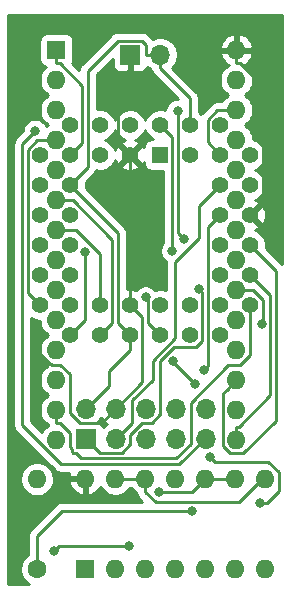
<source format=gtl>
G04 #@! TF.GenerationSoftware,KiCad,Pcbnew,(5.1.9)-1*
G04 #@! TF.CreationDate,2023-07-22T23:25:38+01:00*
G04 #@! TF.ProjectId,ezPLAv2.0,657a504c-4176-4322-9e30-2e6b69636164,v2.0*
G04 #@! TF.SameCoordinates,Original*
G04 #@! TF.FileFunction,Copper,L1,Top*
G04 #@! TF.FilePolarity,Positive*
%FSLAX46Y46*%
G04 Gerber Fmt 4.6, Leading zero omitted, Abs format (unit mm)*
G04 Created by KiCad (PCBNEW (5.1.9)-1) date 2023-07-22 23:25:38*
%MOMM*%
%LPD*%
G01*
G04 APERTURE LIST*
G04 #@! TA.AperFunction,ComponentPad*
%ADD10R,1.600000X1.600000*%
G04 #@! TD*
G04 #@! TA.AperFunction,ComponentPad*
%ADD11O,1.600000X1.600000*%
G04 #@! TD*
G04 #@! TA.AperFunction,ComponentPad*
%ADD12O,1.700000X1.700000*%
G04 #@! TD*
G04 #@! TA.AperFunction,ComponentPad*
%ADD13R,1.700000X1.700000*%
G04 #@! TD*
G04 #@! TA.AperFunction,ComponentPad*
%ADD14C,1.422400*%
G04 #@! TD*
G04 #@! TA.AperFunction,ComponentPad*
%ADD15R,1.422400X1.422400*%
G04 #@! TD*
G04 #@! TA.AperFunction,ComponentPad*
%ADD16C,1.600000*%
G04 #@! TD*
G04 #@! TA.AperFunction,ViaPad*
%ADD17C,0.800000*%
G04 #@! TD*
G04 #@! TA.AperFunction,Conductor*
%ADD18C,0.250000*%
G04 #@! TD*
G04 #@! TA.AperFunction,Conductor*
%ADD19C,0.254000*%
G04 #@! TD*
G04 #@! TA.AperFunction,Conductor*
%ADD20C,0.100000*%
G04 #@! TD*
G04 APERTURE END LIST*
D10*
X140227600Y-102617000D03*
D11*
X155467600Y-135637000D03*
X140227600Y-105157000D03*
X155467600Y-133097000D03*
X140227600Y-107697000D03*
X155467600Y-130557000D03*
X140227600Y-110237000D03*
X155467600Y-128017000D03*
X140227600Y-112777000D03*
X155467600Y-125477000D03*
X140227600Y-115317000D03*
X155467600Y-122937000D03*
X140227600Y-117857000D03*
X155467600Y-120397000D03*
X140227600Y-120397000D03*
X155467600Y-117857000D03*
X140227600Y-122937000D03*
X155467600Y-115317000D03*
X140227600Y-125477000D03*
X155467600Y-112777000D03*
X140227600Y-128017000D03*
X155467600Y-110237000D03*
X140227600Y-130557000D03*
X155467600Y-107697000D03*
X140227600Y-133097000D03*
X155467600Y-105157000D03*
X140227600Y-135637000D03*
X155467600Y-102617000D03*
D12*
X149000000Y-103000000D03*
D13*
X146460000Y-103000000D03*
D14*
X156620000Y-111500000D03*
X156620000Y-114040000D03*
X156620000Y-116580000D03*
X156620000Y-119120000D03*
X156620000Y-121660000D03*
X154080000Y-108960000D03*
X154080000Y-114040000D03*
X154080000Y-116580000D03*
X154080000Y-119120000D03*
X154080000Y-121660000D03*
X154080000Y-124200000D03*
X154080000Y-126740000D03*
X151540000Y-126740000D03*
X149000000Y-126740000D03*
X146460000Y-126740000D03*
X143920000Y-126740000D03*
X141380000Y-126740000D03*
X156620000Y-124200000D03*
X151540000Y-124200000D03*
X149000000Y-124200000D03*
X146460000Y-124200000D03*
X143920000Y-124200000D03*
X141380000Y-124200000D03*
X138840000Y-124200000D03*
X138840000Y-121660000D03*
X138840000Y-119120000D03*
X138840000Y-116580000D03*
X138840000Y-114040000D03*
X138840000Y-111500000D03*
X141380000Y-121660000D03*
X141380000Y-119120000D03*
X141380000Y-116580000D03*
X141380000Y-114040000D03*
X141380000Y-111500000D03*
X151540000Y-108960000D03*
X149000000Y-108960000D03*
X141380000Y-108960000D03*
X143920000Y-108960000D03*
X146460000Y-108960000D03*
X154080000Y-111500000D03*
X151540000Y-111500000D03*
X143920000Y-111500000D03*
X146460000Y-111500000D03*
D15*
X149000000Y-111500000D03*
D13*
X142710000Y-135540000D03*
D12*
X142710000Y-133000000D03*
X145250000Y-135540000D03*
X145250000Y-133000000D03*
X147790000Y-135540000D03*
X147790000Y-133000000D03*
X150330000Y-135540000D03*
X150330000Y-133000000D03*
X152870000Y-135540000D03*
X152870000Y-133000000D03*
D16*
X138575000Y-146575000D03*
D11*
X138575000Y-138955000D03*
D10*
X142675000Y-146525000D03*
D11*
X157915000Y-138905000D03*
X145215000Y-146525000D03*
X155375000Y-138905000D03*
X147755000Y-146525000D03*
X152835000Y-138905000D03*
X150295000Y-146525000D03*
X150295000Y-138905000D03*
X152835000Y-146525000D03*
X147755000Y-138905000D03*
X155375000Y-146525000D03*
X145215000Y-138905000D03*
X157915000Y-146525000D03*
X142675000Y-138905000D03*
D17*
X151975000Y-130925000D03*
X150075000Y-128925000D03*
X153250000Y-137054975D03*
X140050000Y-145025000D03*
X146350000Y-144625000D03*
X157475000Y-140925000D03*
X138426800Y-126523700D03*
X138428300Y-109478500D03*
X152293200Y-122882000D03*
X147781700Y-123557800D03*
X150036600Y-119628000D03*
X157609100Y-125800400D03*
X142650000Y-119740500D03*
X152725000Y-129675000D03*
X150487100Y-107774200D03*
X151002700Y-118617400D03*
X151675000Y-141624998D03*
X148925000Y-140050000D03*
D18*
X149000000Y-103000000D02*
X149000000Y-104175300D01*
X151540000Y-108960000D02*
X151540000Y-106715300D01*
X151540000Y-106715300D02*
X149000000Y-104175300D01*
X141380000Y-114040000D02*
X145415300Y-118075300D01*
X145415300Y-118075300D02*
X145415300Y-125695300D01*
X145415300Y-125695300D02*
X146460000Y-126740000D01*
X147824700Y-103000000D02*
X147824700Y-102192000D01*
X147824700Y-102192000D02*
X147457300Y-101824600D01*
X147457300Y-101824600D02*
X145417500Y-101824600D01*
X145417500Y-101824600D02*
X142873500Y-104368600D01*
X142873500Y-104368600D02*
X142873500Y-112546500D01*
X142873500Y-112546500D02*
X141380000Y-114040000D01*
X149000000Y-103000000D02*
X147824700Y-103000000D01*
X146460000Y-128040000D02*
X146460000Y-126740000D01*
X144675000Y-129825000D02*
X146460000Y-128040000D01*
X144675000Y-131035000D02*
X144675000Y-129825000D01*
X142710000Y-133000000D02*
X144675000Y-131035000D01*
X151975000Y-130925000D02*
X150075000Y-129025000D01*
X150075000Y-129025000D02*
X150075000Y-128925000D01*
X140449999Y-144625001D02*
X140050000Y-145025000D01*
X146350000Y-144625000D02*
X140449999Y-144625001D01*
X159040001Y-139925684D02*
X158040685Y-140925000D01*
X159040001Y-138364999D02*
X159040001Y-139925684D01*
X153649999Y-137454974D02*
X158129976Y-137454974D01*
X153250000Y-137054975D02*
X153649999Y-137454974D01*
X158040685Y-140925000D02*
X157475000Y-140925000D01*
X158129976Y-137454974D02*
X159040001Y-138364999D01*
X145250000Y-133000000D02*
X144033100Y-134216900D01*
X144033100Y-134216900D02*
X142234600Y-134216900D01*
X142234600Y-134216900D02*
X141353000Y-133335300D01*
X141353000Y-133335300D02*
X141353000Y-130084900D01*
X141353000Y-130084900D02*
X140555100Y-129287000D01*
X140555100Y-129287000D02*
X139828700Y-129287000D01*
X139828700Y-129287000D02*
X138426800Y-127885100D01*
X138426800Y-127885100D02*
X138426800Y-126523700D01*
X146460000Y-124200000D02*
X147506900Y-125246900D01*
X147506900Y-125246900D02*
X147506900Y-130743100D01*
X147506900Y-130743100D02*
X145250000Y-133000000D01*
X146460000Y-111500000D02*
X146460000Y-124200000D01*
X146460000Y-104175300D02*
X145418200Y-105217100D01*
X145418200Y-105217100D02*
X145418200Y-110458200D01*
X145418200Y-110458200D02*
X146460000Y-111500000D01*
X155467600Y-102617000D02*
X155467600Y-103742300D01*
X155467600Y-103742300D02*
X155748900Y-103742300D01*
X155748900Y-103742300D02*
X157675600Y-105669000D01*
X157675600Y-105669000D02*
X157675600Y-115524400D01*
X157675600Y-115524400D02*
X156620000Y-116580000D01*
X146460000Y-103000000D02*
X146460000Y-104175300D01*
X137347000Y-110559800D02*
X138428300Y-109478500D01*
X152762632Y-135540000D02*
X150629532Y-137673100D01*
X137347000Y-134370300D02*
X137347000Y-110559800D01*
X152870000Y-135540000D02*
X152762632Y-135540000D01*
X140649800Y-137673100D02*
X137347000Y-134370300D01*
X150629532Y-137673100D02*
X140649800Y-137673100D01*
X146614600Y-134175400D02*
X145250000Y-135540000D01*
X146614600Y-132272300D02*
X146614600Y-134175400D01*
X148374987Y-130511913D02*
X146614600Y-132272300D01*
X148374987Y-128915600D02*
X148374987Y-130511913D01*
X150270000Y-127020587D02*
X148374987Y-128915600D01*
X152311700Y-118545100D02*
X150270000Y-120586800D01*
X150270000Y-120586800D02*
X150270000Y-127020587D01*
X154080000Y-114040000D02*
X152311700Y-115808300D01*
X152311700Y-115808300D02*
X152311700Y-118545100D01*
X142710000Y-135540000D02*
X143890300Y-136720300D01*
X143890300Y-136720300D02*
X145734100Y-136720300D01*
X145734100Y-136720300D02*
X146464500Y-135989900D01*
X146464500Y-135201200D02*
X147490300Y-134175400D01*
X147490300Y-134175400D02*
X148315600Y-134175400D01*
X146464500Y-135989900D02*
X146464500Y-135201200D01*
X148315600Y-134175400D02*
X149024998Y-133466002D01*
X149024998Y-133466002D02*
X149024998Y-128902000D01*
X152576600Y-127236978D02*
X152576600Y-123165400D01*
X152576600Y-123165400D02*
X152293200Y-122882000D01*
X149024998Y-128902000D02*
X150150797Y-127776201D01*
X152037377Y-127776201D02*
X152576600Y-127236978D01*
X150150797Y-127776201D02*
X152037377Y-127776201D01*
X140509000Y-134222300D02*
X140227600Y-134222300D01*
X141352900Y-135066200D02*
X140509000Y-134222300D01*
X140227600Y-134222300D02*
X140227600Y-133097000D01*
X156620000Y-124200000D02*
X156620000Y-128464700D01*
X142305400Y-137171200D02*
X141849201Y-136715001D01*
X156620000Y-128464700D02*
X155797700Y-129287000D01*
X151600000Y-132475000D02*
X151600000Y-135943800D01*
X154788000Y-129287000D02*
X151600000Y-132475000D01*
X155797700Y-129287000D02*
X154788000Y-129287000D01*
X150372600Y-137171200D02*
X142305400Y-137171200D01*
X141849201Y-136715001D02*
X141599999Y-136715001D01*
X151600000Y-135943800D02*
X150372600Y-137171200D01*
X141599999Y-136715001D02*
X141534999Y-136650001D01*
X141534999Y-136650001D02*
X141534999Y-136400799D01*
X141534999Y-136400799D02*
X141352900Y-136218700D01*
X141352900Y-136218700D02*
X141352900Y-135066200D01*
X154080000Y-111500000D02*
X153022400Y-110442400D01*
X153022400Y-110442400D02*
X153022400Y-108525400D01*
X153022400Y-108525400D02*
X153850800Y-107697000D01*
X153850800Y-107697000D02*
X155467600Y-107697000D01*
X149000000Y-126740000D02*
X147963400Y-125703400D01*
X147963400Y-125703400D02*
X147963400Y-123739500D01*
X147963400Y-123739500D02*
X147781700Y-123557800D01*
X149000000Y-108960000D02*
X150036600Y-109996600D01*
X150036600Y-109996600D02*
X150036600Y-119628000D01*
X143920000Y-124200000D02*
X143920000Y-119911700D01*
X143920000Y-119911700D02*
X141865300Y-117857000D01*
X141865300Y-117857000D02*
X140227600Y-117857000D01*
X155467600Y-122937000D02*
X156832900Y-122937000D01*
X156832900Y-122937000D02*
X157705300Y-123809400D01*
X157705300Y-123809400D02*
X157705300Y-125704200D01*
X157705300Y-125704200D02*
X157609100Y-125800400D01*
X140227600Y-115317000D02*
X141592900Y-115317000D01*
X141592900Y-115317000D02*
X144964900Y-118689000D01*
X144964900Y-118689000D02*
X144964900Y-125695100D01*
X144964900Y-125695100D02*
X143920000Y-126740000D01*
X141380000Y-126740000D02*
X142650000Y-125470000D01*
X142650000Y-125470000D02*
X142650000Y-119740500D01*
X153027100Y-129372900D02*
X152725000Y-129675000D01*
X153027100Y-117632900D02*
X153027100Y-129372900D01*
X154080000Y-116580000D02*
X153027100Y-117632900D01*
X138840000Y-124200000D02*
X137802600Y-123162600D01*
X137802600Y-123162600D02*
X137802600Y-111039600D01*
X137802600Y-111039600D02*
X138605200Y-110237000D01*
X138605200Y-110237000D02*
X140227600Y-110237000D01*
X154667601Y-131356999D02*
X155467600Y-130557000D01*
X154342300Y-131682300D02*
X154667601Y-131356999D01*
X154342300Y-136176702D02*
X154342300Y-131682300D01*
X154927599Y-136762001D02*
X154342300Y-136176702D01*
X158788400Y-133981202D02*
X156007601Y-136762001D01*
X156007601Y-136762001D02*
X154927599Y-136762001D01*
X158788400Y-121288400D02*
X158788400Y-133981202D01*
X156620000Y-119120000D02*
X158788400Y-121288400D01*
X151002700Y-118617400D02*
X150487100Y-118101800D01*
X150487100Y-118101800D02*
X150487100Y-107774200D01*
X156620000Y-121660000D02*
X158338000Y-123378000D01*
X158338000Y-123378000D02*
X158338000Y-131845600D01*
X158338000Y-131845600D02*
X155671900Y-134511700D01*
X155671900Y-134511700D02*
X155467600Y-134511700D01*
X155467600Y-135637000D02*
X155467600Y-134511700D01*
X140227600Y-102617000D02*
X140227600Y-103742300D01*
X141380000Y-111500000D02*
X142423000Y-110457000D01*
X142423000Y-110457000D02*
X142423000Y-105656400D01*
X142423000Y-105656400D02*
X140508900Y-103742300D01*
X140508900Y-103742300D02*
X140227600Y-103742300D01*
X152835000Y-138905000D02*
X155375000Y-138905000D01*
X138575000Y-143750000D02*
X140700002Y-141624998D01*
X140700002Y-141624998D02*
X151675000Y-141624998D01*
X138575000Y-146575000D02*
X138575000Y-143750000D01*
X152835000Y-138905000D02*
X151690000Y-140050000D01*
X151690000Y-140050000D02*
X148925000Y-140050000D01*
X145215000Y-138905000D02*
X147755000Y-138905000D01*
X157649684Y-138905000D02*
X155654687Y-140899997D01*
X155654687Y-140899997D02*
X148618627Y-140899997D01*
X157915000Y-138905000D02*
X157649684Y-138905000D01*
X148618627Y-140899997D02*
X147755000Y-140036370D01*
X147755000Y-140036370D02*
X147755000Y-138905000D01*
D19*
X159340001Y-120762533D02*
X159328401Y-120748399D01*
X159299404Y-120724602D01*
X157943170Y-119368369D01*
X157966200Y-119252589D01*
X157966200Y-118987411D01*
X157914467Y-118727328D01*
X157812987Y-118482335D01*
X157665662Y-118261847D01*
X157478153Y-118074338D01*
X157257665Y-117927013D01*
X157069400Y-117849031D01*
X157205280Y-117799542D01*
X157308848Y-117744183D01*
X157369668Y-117509273D01*
X156620000Y-116759605D01*
X156605858Y-116773748D01*
X156426253Y-116594143D01*
X156440395Y-116580000D01*
X156799605Y-116580000D01*
X157549273Y-117329668D01*
X157784183Y-117268848D01*
X157896202Y-117028491D01*
X157959176Y-116770898D01*
X157970687Y-116505970D01*
X157930291Y-116243887D01*
X157839542Y-115994720D01*
X157784183Y-115891152D01*
X157549273Y-115830332D01*
X156799605Y-116580000D01*
X156440395Y-116580000D01*
X156426253Y-116565858D01*
X156605858Y-116386253D01*
X156620000Y-116400395D01*
X157369668Y-115650727D01*
X157308848Y-115415817D01*
X157077066Y-115307794D01*
X157257665Y-115232987D01*
X157478153Y-115085662D01*
X157665662Y-114898153D01*
X157812987Y-114677665D01*
X157914467Y-114432672D01*
X157966200Y-114172589D01*
X157966200Y-113907411D01*
X157914467Y-113647328D01*
X157812987Y-113402335D01*
X157665662Y-113181847D01*
X157478153Y-112994338D01*
X157257665Y-112847013D01*
X157071740Y-112770000D01*
X157257665Y-112692987D01*
X157478153Y-112545662D01*
X157665662Y-112358153D01*
X157812987Y-112137665D01*
X157914467Y-111892672D01*
X157966200Y-111632589D01*
X157966200Y-111367411D01*
X157914467Y-111107328D01*
X157812987Y-110862335D01*
X157665662Y-110641847D01*
X157478153Y-110454338D01*
X157257665Y-110307013D01*
X157012672Y-110205533D01*
X156902600Y-110183639D01*
X156902600Y-110095665D01*
X156847453Y-109818426D01*
X156739280Y-109557273D01*
X156582237Y-109322241D01*
X156382359Y-109122363D01*
X156149841Y-108967000D01*
X156382359Y-108811637D01*
X156582237Y-108611759D01*
X156739280Y-108376727D01*
X156847453Y-108115574D01*
X156902600Y-107838335D01*
X156902600Y-107555665D01*
X156847453Y-107278426D01*
X156739280Y-107017273D01*
X156582237Y-106782241D01*
X156382359Y-106582363D01*
X156149841Y-106427000D01*
X156382359Y-106271637D01*
X156582237Y-106071759D01*
X156739280Y-105836727D01*
X156847453Y-105575574D01*
X156902600Y-105298335D01*
X156902600Y-105015665D01*
X156847453Y-104738426D01*
X156739280Y-104477273D01*
X156582237Y-104242241D01*
X156382359Y-104042363D01*
X156147327Y-103885320D01*
X156136735Y-103880933D01*
X156322731Y-103769385D01*
X156531119Y-103580414D01*
X156698637Y-103354420D01*
X156818846Y-103100087D01*
X156859504Y-102966039D01*
X156737515Y-102744000D01*
X155594600Y-102744000D01*
X155594600Y-102764000D01*
X155340600Y-102764000D01*
X155340600Y-102744000D01*
X154197685Y-102744000D01*
X154075696Y-102966039D01*
X154116354Y-103100087D01*
X154236563Y-103354420D01*
X154404081Y-103580414D01*
X154612469Y-103769385D01*
X154798465Y-103880933D01*
X154787873Y-103885320D01*
X154552841Y-104042363D01*
X154352963Y-104242241D01*
X154195920Y-104477273D01*
X154087747Y-104738426D01*
X154032600Y-105015665D01*
X154032600Y-105298335D01*
X154087747Y-105575574D01*
X154195920Y-105836727D01*
X154352963Y-106071759D01*
X154552841Y-106271637D01*
X154785359Y-106427000D01*
X154552841Y-106582363D01*
X154352963Y-106782241D01*
X154249557Y-106937000D01*
X153888133Y-106937000D01*
X153850800Y-106933323D01*
X153813467Y-106937000D01*
X153701814Y-106947997D01*
X153558553Y-106991454D01*
X153426524Y-107062026D01*
X153310799Y-107156999D01*
X153287001Y-107185998D01*
X152511398Y-107961601D01*
X152482400Y-107985399D01*
X152476456Y-107992641D01*
X152398153Y-107914338D01*
X152300000Y-107848754D01*
X152300000Y-106752622D01*
X152303676Y-106715299D01*
X152300000Y-106677976D01*
X152300000Y-106677967D01*
X152289003Y-106566314D01*
X152245546Y-106423053D01*
X152174974Y-106291024D01*
X152151155Y-106262000D01*
X152103799Y-106204296D01*
X152103795Y-106204292D01*
X152080001Y-106175299D01*
X152051008Y-106151505D01*
X149999804Y-104100303D01*
X150153475Y-103946632D01*
X150315990Y-103703411D01*
X150427932Y-103433158D01*
X150485000Y-103146260D01*
X150485000Y-102853740D01*
X150427932Y-102566842D01*
X150315990Y-102296589D01*
X150296862Y-102267961D01*
X154075696Y-102267961D01*
X154197685Y-102490000D01*
X155340600Y-102490000D01*
X155340600Y-101346376D01*
X155594600Y-101346376D01*
X155594600Y-102490000D01*
X156737515Y-102490000D01*
X156859504Y-102267961D01*
X156818846Y-102133913D01*
X156698637Y-101879580D01*
X156531119Y-101653586D01*
X156322731Y-101464615D01*
X156081481Y-101319930D01*
X155816640Y-101225091D01*
X155594600Y-101346376D01*
X155340600Y-101346376D01*
X155118560Y-101225091D01*
X154853719Y-101319930D01*
X154612469Y-101464615D01*
X154404081Y-101653586D01*
X154236563Y-101879580D01*
X154116354Y-102133913D01*
X154075696Y-102267961D01*
X150296862Y-102267961D01*
X150153475Y-102053368D01*
X149946632Y-101846525D01*
X149703411Y-101684010D01*
X149433158Y-101572068D01*
X149146260Y-101515000D01*
X148853740Y-101515000D01*
X148566842Y-101572068D01*
X148367027Y-101654834D01*
X148364701Y-101651999D01*
X148335697Y-101628196D01*
X148021104Y-101313603D01*
X147997301Y-101284599D01*
X147881576Y-101189626D01*
X147749547Y-101119054D01*
X147606286Y-101075597D01*
X147494633Y-101064600D01*
X147494622Y-101064600D01*
X147457300Y-101060924D01*
X147419978Y-101064600D01*
X145454822Y-101064600D01*
X145417499Y-101060924D01*
X145380176Y-101064600D01*
X145380167Y-101064600D01*
X145268514Y-101075597D01*
X145125253Y-101119054D01*
X144993224Y-101189626D01*
X144877499Y-101284599D01*
X144853701Y-101313597D01*
X142362503Y-103804796D01*
X142333499Y-103828599D01*
X142286950Y-103885320D01*
X142238526Y-103944324D01*
X142186123Y-104042363D01*
X142167954Y-104076354D01*
X142124497Y-104219615D01*
X142118805Y-104277404D01*
X141577211Y-103735810D01*
X141617102Y-103661180D01*
X141653412Y-103541482D01*
X141665672Y-103417000D01*
X141665672Y-101817000D01*
X141653412Y-101692518D01*
X141617102Y-101572820D01*
X141558137Y-101462506D01*
X141478785Y-101365815D01*
X141382094Y-101286463D01*
X141271780Y-101227498D01*
X141152082Y-101191188D01*
X141027600Y-101178928D01*
X139427600Y-101178928D01*
X139303118Y-101191188D01*
X139183420Y-101227498D01*
X139073106Y-101286463D01*
X138976415Y-101365815D01*
X138897063Y-101462506D01*
X138838098Y-101572820D01*
X138801788Y-101692518D01*
X138789528Y-101817000D01*
X138789528Y-103417000D01*
X138801788Y-103541482D01*
X138838098Y-103661180D01*
X138897063Y-103771494D01*
X138976415Y-103868185D01*
X139073106Y-103947537D01*
X139183420Y-104006502D01*
X139303118Y-104042812D01*
X139311561Y-104043643D01*
X139112963Y-104242241D01*
X138955920Y-104477273D01*
X138847747Y-104738426D01*
X138792600Y-105015665D01*
X138792600Y-105298335D01*
X138847747Y-105575574D01*
X138955920Y-105836727D01*
X139112963Y-106071759D01*
X139312841Y-106271637D01*
X139545359Y-106427000D01*
X139312841Y-106582363D01*
X139112963Y-106782241D01*
X138955920Y-107017273D01*
X138847747Y-107278426D01*
X138792600Y-107555665D01*
X138792600Y-107838335D01*
X138847747Y-108115574D01*
X138955920Y-108376727D01*
X139112963Y-108611759D01*
X139312841Y-108811637D01*
X139545359Y-108967000D01*
X139381936Y-109076195D01*
X139345505Y-108988244D01*
X139232237Y-108818726D01*
X139088074Y-108674563D01*
X138918556Y-108561295D01*
X138730198Y-108483274D01*
X138530239Y-108443500D01*
X138326361Y-108443500D01*
X138126402Y-108483274D01*
X137938044Y-108561295D01*
X137768526Y-108674563D01*
X137624363Y-108818726D01*
X137511095Y-108988244D01*
X137433074Y-109176602D01*
X137393300Y-109376561D01*
X137393300Y-109438698D01*
X136835998Y-109996001D01*
X136807000Y-110019799D01*
X136783202Y-110048797D01*
X136783201Y-110048798D01*
X136712026Y-110135524D01*
X136641454Y-110267554D01*
X136597998Y-110410815D01*
X136583324Y-110559800D01*
X136587001Y-110597133D01*
X136587000Y-134332978D01*
X136583324Y-134370300D01*
X136587000Y-134407622D01*
X136587000Y-134407632D01*
X136597997Y-134519285D01*
X136636609Y-134646575D01*
X136641454Y-134662546D01*
X136712026Y-134794576D01*
X136746506Y-134836589D01*
X136806999Y-134910301D01*
X136836003Y-134934104D01*
X140086001Y-138184103D01*
X140109799Y-138213101D01*
X140138797Y-138236899D01*
X140225524Y-138308074D01*
X140357553Y-138378646D01*
X140500814Y-138422103D01*
X140649800Y-138436777D01*
X140687133Y-138433100D01*
X141327087Y-138433100D01*
X141283091Y-138555960D01*
X141404376Y-138778000D01*
X142548000Y-138778000D01*
X142548000Y-138758000D01*
X142802000Y-138758000D01*
X142802000Y-138778000D01*
X142822000Y-138778000D01*
X142822000Y-139032000D01*
X142802000Y-139032000D01*
X142802000Y-140174915D01*
X143024039Y-140296904D01*
X143158087Y-140256246D01*
X143412420Y-140136037D01*
X143638414Y-139968519D01*
X143827385Y-139760131D01*
X143938933Y-139574135D01*
X143943320Y-139584727D01*
X144100363Y-139819759D01*
X144300241Y-140019637D01*
X144535273Y-140176680D01*
X144796426Y-140284853D01*
X145073665Y-140340000D01*
X145356335Y-140340000D01*
X145633574Y-140284853D01*
X145894727Y-140176680D01*
X146129759Y-140019637D01*
X146329637Y-139819759D01*
X146433043Y-139665000D01*
X146536957Y-139665000D01*
X146640363Y-139819759D01*
X146840241Y-140019637D01*
X147000202Y-140126519D01*
X147005997Y-140185355D01*
X147049454Y-140328616D01*
X147120026Y-140460646D01*
X147132398Y-140475721D01*
X147214999Y-140576371D01*
X147244002Y-140600173D01*
X147508827Y-140864998D01*
X140737327Y-140864998D01*
X140700002Y-140861322D01*
X140662677Y-140864998D01*
X140662669Y-140864998D01*
X140551016Y-140875995D01*
X140407755Y-140919452D01*
X140275726Y-140990024D01*
X140160001Y-141084997D01*
X140136203Y-141113995D01*
X138063998Y-143186201D01*
X138035000Y-143209999D01*
X138011202Y-143238997D01*
X138011201Y-143238998D01*
X137940026Y-143325724D01*
X137869454Y-143457754D01*
X137825998Y-143601015D01*
X137811324Y-143750000D01*
X137815001Y-143787332D01*
X137815000Y-145356956D01*
X137660241Y-145460363D01*
X137460363Y-145660241D01*
X137303320Y-145895273D01*
X137195147Y-146156426D01*
X137140000Y-146433665D01*
X137140000Y-146716335D01*
X137195147Y-146993574D01*
X137303320Y-147254727D01*
X137460363Y-147489759D01*
X137660241Y-147689637D01*
X137885276Y-147840000D01*
X136160000Y-147840000D01*
X136160000Y-138813665D01*
X137140000Y-138813665D01*
X137140000Y-139096335D01*
X137195147Y-139373574D01*
X137303320Y-139634727D01*
X137460363Y-139869759D01*
X137660241Y-140069637D01*
X137895273Y-140226680D01*
X138156426Y-140334853D01*
X138433665Y-140390000D01*
X138716335Y-140390000D01*
X138993574Y-140334853D01*
X139254727Y-140226680D01*
X139489759Y-140069637D01*
X139689637Y-139869759D01*
X139846680Y-139634727D01*
X139954853Y-139373574D01*
X139978630Y-139254040D01*
X141283091Y-139254040D01*
X141377930Y-139518881D01*
X141522615Y-139760131D01*
X141711586Y-139968519D01*
X141937580Y-140136037D01*
X142191913Y-140256246D01*
X142325961Y-140296904D01*
X142548000Y-140174915D01*
X142548000Y-139032000D01*
X141404376Y-139032000D01*
X141283091Y-139254040D01*
X139978630Y-139254040D01*
X140010000Y-139096335D01*
X140010000Y-138813665D01*
X139954853Y-138536426D01*
X139846680Y-138275273D01*
X139689637Y-138040241D01*
X139489759Y-137840363D01*
X139254727Y-137683320D01*
X138993574Y-137575147D01*
X138716335Y-137520000D01*
X138433665Y-137520000D01*
X138156426Y-137575147D01*
X137895273Y-137683320D01*
X137660241Y-137840363D01*
X137460363Y-138040241D01*
X137303320Y-138275273D01*
X137195147Y-138536426D01*
X137140000Y-138813665D01*
X136160000Y-138813665D01*
X136160000Y-99660000D01*
X159340001Y-99660000D01*
X159340001Y-120762533D01*
G04 #@! TA.AperFunction,Conductor*
D20*
G36*
X159340001Y-120762533D02*
G01*
X159328401Y-120748399D01*
X159299404Y-120724602D01*
X157943170Y-119368369D01*
X157966200Y-119252589D01*
X157966200Y-118987411D01*
X157914467Y-118727328D01*
X157812987Y-118482335D01*
X157665662Y-118261847D01*
X157478153Y-118074338D01*
X157257665Y-117927013D01*
X157069400Y-117849031D01*
X157205280Y-117799542D01*
X157308848Y-117744183D01*
X157369668Y-117509273D01*
X156620000Y-116759605D01*
X156605858Y-116773748D01*
X156426253Y-116594143D01*
X156440395Y-116580000D01*
X156799605Y-116580000D01*
X157549273Y-117329668D01*
X157784183Y-117268848D01*
X157896202Y-117028491D01*
X157959176Y-116770898D01*
X157970687Y-116505970D01*
X157930291Y-116243887D01*
X157839542Y-115994720D01*
X157784183Y-115891152D01*
X157549273Y-115830332D01*
X156799605Y-116580000D01*
X156440395Y-116580000D01*
X156426253Y-116565858D01*
X156605858Y-116386253D01*
X156620000Y-116400395D01*
X157369668Y-115650727D01*
X157308848Y-115415817D01*
X157077066Y-115307794D01*
X157257665Y-115232987D01*
X157478153Y-115085662D01*
X157665662Y-114898153D01*
X157812987Y-114677665D01*
X157914467Y-114432672D01*
X157966200Y-114172589D01*
X157966200Y-113907411D01*
X157914467Y-113647328D01*
X157812987Y-113402335D01*
X157665662Y-113181847D01*
X157478153Y-112994338D01*
X157257665Y-112847013D01*
X157071740Y-112770000D01*
X157257665Y-112692987D01*
X157478153Y-112545662D01*
X157665662Y-112358153D01*
X157812987Y-112137665D01*
X157914467Y-111892672D01*
X157966200Y-111632589D01*
X157966200Y-111367411D01*
X157914467Y-111107328D01*
X157812987Y-110862335D01*
X157665662Y-110641847D01*
X157478153Y-110454338D01*
X157257665Y-110307013D01*
X157012672Y-110205533D01*
X156902600Y-110183639D01*
X156902600Y-110095665D01*
X156847453Y-109818426D01*
X156739280Y-109557273D01*
X156582237Y-109322241D01*
X156382359Y-109122363D01*
X156149841Y-108967000D01*
X156382359Y-108811637D01*
X156582237Y-108611759D01*
X156739280Y-108376727D01*
X156847453Y-108115574D01*
X156902600Y-107838335D01*
X156902600Y-107555665D01*
X156847453Y-107278426D01*
X156739280Y-107017273D01*
X156582237Y-106782241D01*
X156382359Y-106582363D01*
X156149841Y-106427000D01*
X156382359Y-106271637D01*
X156582237Y-106071759D01*
X156739280Y-105836727D01*
X156847453Y-105575574D01*
X156902600Y-105298335D01*
X156902600Y-105015665D01*
X156847453Y-104738426D01*
X156739280Y-104477273D01*
X156582237Y-104242241D01*
X156382359Y-104042363D01*
X156147327Y-103885320D01*
X156136735Y-103880933D01*
X156322731Y-103769385D01*
X156531119Y-103580414D01*
X156698637Y-103354420D01*
X156818846Y-103100087D01*
X156859504Y-102966039D01*
X156737515Y-102744000D01*
X155594600Y-102744000D01*
X155594600Y-102764000D01*
X155340600Y-102764000D01*
X155340600Y-102744000D01*
X154197685Y-102744000D01*
X154075696Y-102966039D01*
X154116354Y-103100087D01*
X154236563Y-103354420D01*
X154404081Y-103580414D01*
X154612469Y-103769385D01*
X154798465Y-103880933D01*
X154787873Y-103885320D01*
X154552841Y-104042363D01*
X154352963Y-104242241D01*
X154195920Y-104477273D01*
X154087747Y-104738426D01*
X154032600Y-105015665D01*
X154032600Y-105298335D01*
X154087747Y-105575574D01*
X154195920Y-105836727D01*
X154352963Y-106071759D01*
X154552841Y-106271637D01*
X154785359Y-106427000D01*
X154552841Y-106582363D01*
X154352963Y-106782241D01*
X154249557Y-106937000D01*
X153888133Y-106937000D01*
X153850800Y-106933323D01*
X153813467Y-106937000D01*
X153701814Y-106947997D01*
X153558553Y-106991454D01*
X153426524Y-107062026D01*
X153310799Y-107156999D01*
X153287001Y-107185998D01*
X152511398Y-107961601D01*
X152482400Y-107985399D01*
X152476456Y-107992641D01*
X152398153Y-107914338D01*
X152300000Y-107848754D01*
X152300000Y-106752622D01*
X152303676Y-106715299D01*
X152300000Y-106677976D01*
X152300000Y-106677967D01*
X152289003Y-106566314D01*
X152245546Y-106423053D01*
X152174974Y-106291024D01*
X152151155Y-106262000D01*
X152103799Y-106204296D01*
X152103795Y-106204292D01*
X152080001Y-106175299D01*
X152051008Y-106151505D01*
X149999804Y-104100303D01*
X150153475Y-103946632D01*
X150315990Y-103703411D01*
X150427932Y-103433158D01*
X150485000Y-103146260D01*
X150485000Y-102853740D01*
X150427932Y-102566842D01*
X150315990Y-102296589D01*
X150296862Y-102267961D01*
X154075696Y-102267961D01*
X154197685Y-102490000D01*
X155340600Y-102490000D01*
X155340600Y-101346376D01*
X155594600Y-101346376D01*
X155594600Y-102490000D01*
X156737515Y-102490000D01*
X156859504Y-102267961D01*
X156818846Y-102133913D01*
X156698637Y-101879580D01*
X156531119Y-101653586D01*
X156322731Y-101464615D01*
X156081481Y-101319930D01*
X155816640Y-101225091D01*
X155594600Y-101346376D01*
X155340600Y-101346376D01*
X155118560Y-101225091D01*
X154853719Y-101319930D01*
X154612469Y-101464615D01*
X154404081Y-101653586D01*
X154236563Y-101879580D01*
X154116354Y-102133913D01*
X154075696Y-102267961D01*
X150296862Y-102267961D01*
X150153475Y-102053368D01*
X149946632Y-101846525D01*
X149703411Y-101684010D01*
X149433158Y-101572068D01*
X149146260Y-101515000D01*
X148853740Y-101515000D01*
X148566842Y-101572068D01*
X148367027Y-101654834D01*
X148364701Y-101651999D01*
X148335697Y-101628196D01*
X148021104Y-101313603D01*
X147997301Y-101284599D01*
X147881576Y-101189626D01*
X147749547Y-101119054D01*
X147606286Y-101075597D01*
X147494633Y-101064600D01*
X147494622Y-101064600D01*
X147457300Y-101060924D01*
X147419978Y-101064600D01*
X145454822Y-101064600D01*
X145417499Y-101060924D01*
X145380176Y-101064600D01*
X145380167Y-101064600D01*
X145268514Y-101075597D01*
X145125253Y-101119054D01*
X144993224Y-101189626D01*
X144877499Y-101284599D01*
X144853701Y-101313597D01*
X142362503Y-103804796D01*
X142333499Y-103828599D01*
X142286950Y-103885320D01*
X142238526Y-103944324D01*
X142186123Y-104042363D01*
X142167954Y-104076354D01*
X142124497Y-104219615D01*
X142118805Y-104277404D01*
X141577211Y-103735810D01*
X141617102Y-103661180D01*
X141653412Y-103541482D01*
X141665672Y-103417000D01*
X141665672Y-101817000D01*
X141653412Y-101692518D01*
X141617102Y-101572820D01*
X141558137Y-101462506D01*
X141478785Y-101365815D01*
X141382094Y-101286463D01*
X141271780Y-101227498D01*
X141152082Y-101191188D01*
X141027600Y-101178928D01*
X139427600Y-101178928D01*
X139303118Y-101191188D01*
X139183420Y-101227498D01*
X139073106Y-101286463D01*
X138976415Y-101365815D01*
X138897063Y-101462506D01*
X138838098Y-101572820D01*
X138801788Y-101692518D01*
X138789528Y-101817000D01*
X138789528Y-103417000D01*
X138801788Y-103541482D01*
X138838098Y-103661180D01*
X138897063Y-103771494D01*
X138976415Y-103868185D01*
X139073106Y-103947537D01*
X139183420Y-104006502D01*
X139303118Y-104042812D01*
X139311561Y-104043643D01*
X139112963Y-104242241D01*
X138955920Y-104477273D01*
X138847747Y-104738426D01*
X138792600Y-105015665D01*
X138792600Y-105298335D01*
X138847747Y-105575574D01*
X138955920Y-105836727D01*
X139112963Y-106071759D01*
X139312841Y-106271637D01*
X139545359Y-106427000D01*
X139312841Y-106582363D01*
X139112963Y-106782241D01*
X138955920Y-107017273D01*
X138847747Y-107278426D01*
X138792600Y-107555665D01*
X138792600Y-107838335D01*
X138847747Y-108115574D01*
X138955920Y-108376727D01*
X139112963Y-108611759D01*
X139312841Y-108811637D01*
X139545359Y-108967000D01*
X139381936Y-109076195D01*
X139345505Y-108988244D01*
X139232237Y-108818726D01*
X139088074Y-108674563D01*
X138918556Y-108561295D01*
X138730198Y-108483274D01*
X138530239Y-108443500D01*
X138326361Y-108443500D01*
X138126402Y-108483274D01*
X137938044Y-108561295D01*
X137768526Y-108674563D01*
X137624363Y-108818726D01*
X137511095Y-108988244D01*
X137433074Y-109176602D01*
X137393300Y-109376561D01*
X137393300Y-109438698D01*
X136835998Y-109996001D01*
X136807000Y-110019799D01*
X136783202Y-110048797D01*
X136783201Y-110048798D01*
X136712026Y-110135524D01*
X136641454Y-110267554D01*
X136597998Y-110410815D01*
X136583324Y-110559800D01*
X136587001Y-110597133D01*
X136587000Y-134332978D01*
X136583324Y-134370300D01*
X136587000Y-134407622D01*
X136587000Y-134407632D01*
X136597997Y-134519285D01*
X136636609Y-134646575D01*
X136641454Y-134662546D01*
X136712026Y-134794576D01*
X136746506Y-134836589D01*
X136806999Y-134910301D01*
X136836003Y-134934104D01*
X140086001Y-138184103D01*
X140109799Y-138213101D01*
X140138797Y-138236899D01*
X140225524Y-138308074D01*
X140357553Y-138378646D01*
X140500814Y-138422103D01*
X140649800Y-138436777D01*
X140687133Y-138433100D01*
X141327087Y-138433100D01*
X141283091Y-138555960D01*
X141404376Y-138778000D01*
X142548000Y-138778000D01*
X142548000Y-138758000D01*
X142802000Y-138758000D01*
X142802000Y-138778000D01*
X142822000Y-138778000D01*
X142822000Y-139032000D01*
X142802000Y-139032000D01*
X142802000Y-140174915D01*
X143024039Y-140296904D01*
X143158087Y-140256246D01*
X143412420Y-140136037D01*
X143638414Y-139968519D01*
X143827385Y-139760131D01*
X143938933Y-139574135D01*
X143943320Y-139584727D01*
X144100363Y-139819759D01*
X144300241Y-140019637D01*
X144535273Y-140176680D01*
X144796426Y-140284853D01*
X145073665Y-140340000D01*
X145356335Y-140340000D01*
X145633574Y-140284853D01*
X145894727Y-140176680D01*
X146129759Y-140019637D01*
X146329637Y-139819759D01*
X146433043Y-139665000D01*
X146536957Y-139665000D01*
X146640363Y-139819759D01*
X146840241Y-140019637D01*
X147000202Y-140126519D01*
X147005997Y-140185355D01*
X147049454Y-140328616D01*
X147120026Y-140460646D01*
X147132398Y-140475721D01*
X147214999Y-140576371D01*
X147244002Y-140600173D01*
X147508827Y-140864998D01*
X140737327Y-140864998D01*
X140700002Y-140861322D01*
X140662677Y-140864998D01*
X140662669Y-140864998D01*
X140551016Y-140875995D01*
X140407755Y-140919452D01*
X140275726Y-140990024D01*
X140160001Y-141084997D01*
X140136203Y-141113995D01*
X138063998Y-143186201D01*
X138035000Y-143209999D01*
X138011202Y-143238997D01*
X138011201Y-143238998D01*
X137940026Y-143325724D01*
X137869454Y-143457754D01*
X137825998Y-143601015D01*
X137811324Y-143750000D01*
X137815001Y-143787332D01*
X137815000Y-145356956D01*
X137660241Y-145460363D01*
X137460363Y-145660241D01*
X137303320Y-145895273D01*
X137195147Y-146156426D01*
X137140000Y-146433665D01*
X137140000Y-146716335D01*
X137195147Y-146993574D01*
X137303320Y-147254727D01*
X137460363Y-147489759D01*
X137660241Y-147689637D01*
X137885276Y-147840000D01*
X136160000Y-147840000D01*
X136160000Y-138813665D01*
X137140000Y-138813665D01*
X137140000Y-139096335D01*
X137195147Y-139373574D01*
X137303320Y-139634727D01*
X137460363Y-139869759D01*
X137660241Y-140069637D01*
X137895273Y-140226680D01*
X138156426Y-140334853D01*
X138433665Y-140390000D01*
X138716335Y-140390000D01*
X138993574Y-140334853D01*
X139254727Y-140226680D01*
X139489759Y-140069637D01*
X139689637Y-139869759D01*
X139846680Y-139634727D01*
X139954853Y-139373574D01*
X139978630Y-139254040D01*
X141283091Y-139254040D01*
X141377930Y-139518881D01*
X141522615Y-139760131D01*
X141711586Y-139968519D01*
X141937580Y-140136037D01*
X142191913Y-140256246D01*
X142325961Y-140296904D01*
X142548000Y-140174915D01*
X142548000Y-139032000D01*
X141404376Y-139032000D01*
X141283091Y-139254040D01*
X139978630Y-139254040D01*
X140010000Y-139096335D01*
X140010000Y-138813665D01*
X139954853Y-138536426D01*
X139846680Y-138275273D01*
X139689637Y-138040241D01*
X139489759Y-137840363D01*
X139254727Y-137683320D01*
X138993574Y-137575147D01*
X138716335Y-137520000D01*
X138433665Y-137520000D01*
X138156426Y-137575147D01*
X137895273Y-137683320D01*
X137660241Y-137840363D01*
X137460363Y-138040241D01*
X137303320Y-138275273D01*
X137195147Y-138536426D01*
X137140000Y-138813665D01*
X136160000Y-138813665D01*
X136160000Y-99660000D01*
X159340001Y-99660000D01*
X159340001Y-120762533D01*
G37*
G04 #@! TD.AperFunction*
D19*
X138202335Y-125392987D02*
X138447328Y-125494467D01*
X138707411Y-125546200D01*
X138792600Y-125546200D01*
X138792600Y-125618335D01*
X138847747Y-125895574D01*
X138955920Y-126156727D01*
X139112963Y-126391759D01*
X139312841Y-126591637D01*
X139545359Y-126747000D01*
X139312841Y-126902363D01*
X139112963Y-127102241D01*
X138955920Y-127337273D01*
X138847747Y-127598426D01*
X138792600Y-127875665D01*
X138792600Y-128158335D01*
X138847747Y-128435574D01*
X138955920Y-128696727D01*
X139112963Y-128931759D01*
X139312841Y-129131637D01*
X139545359Y-129287000D01*
X139312841Y-129442363D01*
X139112963Y-129642241D01*
X138955920Y-129877273D01*
X138847747Y-130138426D01*
X138792600Y-130415665D01*
X138792600Y-130698335D01*
X138847747Y-130975574D01*
X138955920Y-131236727D01*
X139112963Y-131471759D01*
X139312841Y-131671637D01*
X139545359Y-131827000D01*
X139312841Y-131982363D01*
X139112963Y-132182241D01*
X138955920Y-132417273D01*
X138847747Y-132678426D01*
X138792600Y-132955665D01*
X138792600Y-133238335D01*
X138847747Y-133515574D01*
X138955920Y-133776727D01*
X139112963Y-134011759D01*
X139312841Y-134211637D01*
X139473442Y-134318947D01*
X139478597Y-134371286D01*
X139488767Y-134404813D01*
X139312841Y-134522363D01*
X139112963Y-134722241D01*
X138977090Y-134925589D01*
X138107000Y-134055499D01*
X138107000Y-125329286D01*
X138202335Y-125392987D01*
G04 #@! TA.AperFunction,Conductor*
D20*
G36*
X138202335Y-125392987D02*
G01*
X138447328Y-125494467D01*
X138707411Y-125546200D01*
X138792600Y-125546200D01*
X138792600Y-125618335D01*
X138847747Y-125895574D01*
X138955920Y-126156727D01*
X139112963Y-126391759D01*
X139312841Y-126591637D01*
X139545359Y-126747000D01*
X139312841Y-126902363D01*
X139112963Y-127102241D01*
X138955920Y-127337273D01*
X138847747Y-127598426D01*
X138792600Y-127875665D01*
X138792600Y-128158335D01*
X138847747Y-128435574D01*
X138955920Y-128696727D01*
X139112963Y-128931759D01*
X139312841Y-129131637D01*
X139545359Y-129287000D01*
X139312841Y-129442363D01*
X139112963Y-129642241D01*
X138955920Y-129877273D01*
X138847747Y-130138426D01*
X138792600Y-130415665D01*
X138792600Y-130698335D01*
X138847747Y-130975574D01*
X138955920Y-131236727D01*
X139112963Y-131471759D01*
X139312841Y-131671637D01*
X139545359Y-131827000D01*
X139312841Y-131982363D01*
X139112963Y-132182241D01*
X138955920Y-132417273D01*
X138847747Y-132678426D01*
X138792600Y-132955665D01*
X138792600Y-133238335D01*
X138847747Y-133515574D01*
X138955920Y-133776727D01*
X139112963Y-134011759D01*
X139312841Y-134211637D01*
X139473442Y-134318947D01*
X139478597Y-134371286D01*
X139488767Y-134404813D01*
X139312841Y-134522363D01*
X139112963Y-134722241D01*
X138977090Y-134925589D01*
X138107000Y-134055499D01*
X138107000Y-125329286D01*
X138202335Y-125392987D01*
G37*
G04 #@! TD.AperFunction*
D19*
X144054822Y-133881355D02*
X144249731Y-134097588D01*
X144479406Y-134268900D01*
X144303368Y-134386525D01*
X144171513Y-134518380D01*
X144149502Y-134445820D01*
X144090537Y-134335506D01*
X144011185Y-134238815D01*
X143914494Y-134159463D01*
X143804180Y-134100498D01*
X143731620Y-134078487D01*
X143863475Y-133946632D01*
X143985195Y-133764466D01*
X144054822Y-133881355D01*
G04 #@! TA.AperFunction,Conductor*
D20*
G36*
X144054822Y-133881355D02*
G01*
X144249731Y-134097588D01*
X144479406Y-134268900D01*
X144303368Y-134386525D01*
X144171513Y-134518380D01*
X144149502Y-134445820D01*
X144090537Y-134335506D01*
X144011185Y-134238815D01*
X143914494Y-134159463D01*
X143804180Y-134100498D01*
X143731620Y-134078487D01*
X143863475Y-133946632D01*
X143985195Y-133764466D01*
X144054822Y-133881355D01*
G37*
G04 #@! TD.AperFunction*
D19*
X145377000Y-132873000D02*
X145397000Y-132873000D01*
X145397000Y-133127000D01*
X145377000Y-133127000D01*
X145377000Y-133147000D01*
X145123000Y-133147000D01*
X145123000Y-133127000D01*
X145103000Y-133127000D01*
X145103000Y-132873000D01*
X145123000Y-132873000D01*
X145123000Y-132853000D01*
X145377000Y-132853000D01*
X145377000Y-132873000D01*
G04 #@! TA.AperFunction,Conductor*
D20*
G36*
X145377000Y-132873000D02*
G01*
X145397000Y-132873000D01*
X145397000Y-133127000D01*
X145377000Y-133127000D01*
X145377000Y-133147000D01*
X145123000Y-133147000D01*
X145123000Y-133127000D01*
X145103000Y-133127000D01*
X145103000Y-132873000D01*
X145123000Y-132873000D01*
X145123000Y-132853000D01*
X145377000Y-132853000D01*
X145377000Y-132873000D01*
G37*
G04 #@! TD.AperFunction*
D19*
X146653748Y-124185858D02*
X146639605Y-124200000D01*
X146653748Y-124214143D01*
X146474143Y-124393748D01*
X146460000Y-124379605D01*
X146445858Y-124393748D01*
X146266253Y-124214143D01*
X146280395Y-124200000D01*
X146266253Y-124185858D01*
X146445858Y-124006253D01*
X146460000Y-124020395D01*
X146474143Y-124006253D01*
X146653748Y-124185858D01*
G04 #@! TA.AperFunction,Conductor*
D20*
G36*
X146653748Y-124185858D02*
G01*
X146639605Y-124200000D01*
X146653748Y-124214143D01*
X146474143Y-124393748D01*
X146460000Y-124379605D01*
X146445858Y-124393748D01*
X146266253Y-124214143D01*
X146280395Y-124200000D01*
X146266253Y-124185858D01*
X146445858Y-124006253D01*
X146460000Y-124020395D01*
X146474143Y-124006253D01*
X146653748Y-124185858D01*
G37*
G04 #@! TD.AperFunction*
D19*
X147807013Y-109597665D02*
X147954338Y-109818153D01*
X148141847Y-110005662D01*
X148358954Y-110150728D01*
X148288800Y-110150728D01*
X148164318Y-110162988D01*
X148044620Y-110199298D01*
X147934306Y-110258263D01*
X147837615Y-110337615D01*
X147758263Y-110434306D01*
X147699298Y-110544620D01*
X147662988Y-110664318D01*
X147650728Y-110788800D01*
X147650728Y-110860814D01*
X147624183Y-110811152D01*
X147389273Y-110750332D01*
X146639605Y-111500000D01*
X147389273Y-112249668D01*
X147624183Y-112188848D01*
X147650728Y-112131891D01*
X147650728Y-112211200D01*
X147662988Y-112335682D01*
X147699298Y-112455380D01*
X147758263Y-112565694D01*
X147837615Y-112662385D01*
X147934306Y-112741737D01*
X148044620Y-112800702D01*
X148164318Y-112837012D01*
X148288800Y-112849272D01*
X149276600Y-112849272D01*
X149276601Y-118924288D01*
X149232663Y-118968226D01*
X149119395Y-119137744D01*
X149041374Y-119326102D01*
X149001600Y-119526061D01*
X149001600Y-119729939D01*
X149041374Y-119929898D01*
X149119395Y-120118256D01*
X149232663Y-120287774D01*
X149376826Y-120431937D01*
X149512638Y-120522683D01*
X149510000Y-120549468D01*
X149510000Y-120549478D01*
X149506324Y-120586800D01*
X149510000Y-120624123D01*
X149510000Y-122954132D01*
X149392672Y-122905533D01*
X149132589Y-122853800D01*
X148867411Y-122853800D01*
X148607328Y-122905533D01*
X148594268Y-122910943D01*
X148585637Y-122898026D01*
X148441474Y-122753863D01*
X148271956Y-122640595D01*
X148083598Y-122562574D01*
X147883639Y-122522800D01*
X147679761Y-122522800D01*
X147479802Y-122562574D01*
X147291444Y-122640595D01*
X147121926Y-122753863D01*
X146977763Y-122898026D01*
X146948183Y-122942296D01*
X146908491Y-122923798D01*
X146650898Y-122860824D01*
X146385970Y-122849313D01*
X146175300Y-122881784D01*
X146175300Y-118112622D01*
X146178976Y-118075300D01*
X146175300Y-118037977D01*
X146175300Y-118037967D01*
X146164303Y-117926314D01*
X146120846Y-117783053D01*
X146080737Y-117708015D01*
X146050274Y-117651023D01*
X145979099Y-117564297D01*
X145955301Y-117535299D01*
X145926304Y-117511502D01*
X142703170Y-114288369D01*
X142726200Y-114172589D01*
X142726200Y-113907411D01*
X142703170Y-113791631D01*
X143384503Y-113110299D01*
X143413501Y-113086501D01*
X143439832Y-113054417D01*
X143508474Y-112970777D01*
X143579046Y-112838747D01*
X143587678Y-112810291D01*
X143588771Y-112806689D01*
X143787411Y-112846200D01*
X144052589Y-112846200D01*
X144312672Y-112794467D01*
X144557665Y-112692987D01*
X144778153Y-112545662D01*
X144894542Y-112429273D01*
X145710332Y-112429273D01*
X145771152Y-112664183D01*
X146011509Y-112776202D01*
X146269102Y-112839176D01*
X146534030Y-112850687D01*
X146796113Y-112810291D01*
X147045280Y-112719542D01*
X147148848Y-112664183D01*
X147209668Y-112429273D01*
X146460000Y-111679605D01*
X145710332Y-112429273D01*
X144894542Y-112429273D01*
X144965662Y-112358153D01*
X145112987Y-112137665D01*
X145190969Y-111949400D01*
X145240458Y-112085280D01*
X145295817Y-112188848D01*
X145530727Y-112249668D01*
X146280395Y-111500000D01*
X145530727Y-110750332D01*
X145295817Y-110811152D01*
X145187794Y-111042934D01*
X145112987Y-110862335D01*
X144965662Y-110641847D01*
X144778153Y-110454338D01*
X144557665Y-110307013D01*
X144371740Y-110230000D01*
X144557665Y-110152987D01*
X144778153Y-110005662D01*
X144965662Y-109818153D01*
X145112987Y-109597665D01*
X145190000Y-109411740D01*
X145267013Y-109597665D01*
X145414338Y-109818153D01*
X145601847Y-110005662D01*
X145822335Y-110152987D01*
X146010600Y-110230969D01*
X145874720Y-110280458D01*
X145771152Y-110335817D01*
X145710332Y-110570727D01*
X146460000Y-111320395D01*
X147209668Y-110570727D01*
X147148848Y-110335817D01*
X146917066Y-110227794D01*
X147097665Y-110152987D01*
X147318153Y-110005662D01*
X147505662Y-109818153D01*
X147652987Y-109597665D01*
X147730000Y-109411740D01*
X147807013Y-109597665D01*
G04 #@! TA.AperFunction,Conductor*
D20*
G36*
X147807013Y-109597665D02*
G01*
X147954338Y-109818153D01*
X148141847Y-110005662D01*
X148358954Y-110150728D01*
X148288800Y-110150728D01*
X148164318Y-110162988D01*
X148044620Y-110199298D01*
X147934306Y-110258263D01*
X147837615Y-110337615D01*
X147758263Y-110434306D01*
X147699298Y-110544620D01*
X147662988Y-110664318D01*
X147650728Y-110788800D01*
X147650728Y-110860814D01*
X147624183Y-110811152D01*
X147389273Y-110750332D01*
X146639605Y-111500000D01*
X147389273Y-112249668D01*
X147624183Y-112188848D01*
X147650728Y-112131891D01*
X147650728Y-112211200D01*
X147662988Y-112335682D01*
X147699298Y-112455380D01*
X147758263Y-112565694D01*
X147837615Y-112662385D01*
X147934306Y-112741737D01*
X148044620Y-112800702D01*
X148164318Y-112837012D01*
X148288800Y-112849272D01*
X149276600Y-112849272D01*
X149276601Y-118924288D01*
X149232663Y-118968226D01*
X149119395Y-119137744D01*
X149041374Y-119326102D01*
X149001600Y-119526061D01*
X149001600Y-119729939D01*
X149041374Y-119929898D01*
X149119395Y-120118256D01*
X149232663Y-120287774D01*
X149376826Y-120431937D01*
X149512638Y-120522683D01*
X149510000Y-120549468D01*
X149510000Y-120549478D01*
X149506324Y-120586800D01*
X149510000Y-120624123D01*
X149510000Y-122954132D01*
X149392672Y-122905533D01*
X149132589Y-122853800D01*
X148867411Y-122853800D01*
X148607328Y-122905533D01*
X148594268Y-122910943D01*
X148585637Y-122898026D01*
X148441474Y-122753863D01*
X148271956Y-122640595D01*
X148083598Y-122562574D01*
X147883639Y-122522800D01*
X147679761Y-122522800D01*
X147479802Y-122562574D01*
X147291444Y-122640595D01*
X147121926Y-122753863D01*
X146977763Y-122898026D01*
X146948183Y-122942296D01*
X146908491Y-122923798D01*
X146650898Y-122860824D01*
X146385970Y-122849313D01*
X146175300Y-122881784D01*
X146175300Y-118112622D01*
X146178976Y-118075300D01*
X146175300Y-118037977D01*
X146175300Y-118037967D01*
X146164303Y-117926314D01*
X146120846Y-117783053D01*
X146080737Y-117708015D01*
X146050274Y-117651023D01*
X145979099Y-117564297D01*
X145955301Y-117535299D01*
X145926304Y-117511502D01*
X142703170Y-114288369D01*
X142726200Y-114172589D01*
X142726200Y-113907411D01*
X142703170Y-113791631D01*
X143384503Y-113110299D01*
X143413501Y-113086501D01*
X143439832Y-113054417D01*
X143508474Y-112970777D01*
X143579046Y-112838747D01*
X143587678Y-112810291D01*
X143588771Y-112806689D01*
X143787411Y-112846200D01*
X144052589Y-112846200D01*
X144312672Y-112794467D01*
X144557665Y-112692987D01*
X144778153Y-112545662D01*
X144894542Y-112429273D01*
X145710332Y-112429273D01*
X145771152Y-112664183D01*
X146011509Y-112776202D01*
X146269102Y-112839176D01*
X146534030Y-112850687D01*
X146796113Y-112810291D01*
X147045280Y-112719542D01*
X147148848Y-112664183D01*
X147209668Y-112429273D01*
X146460000Y-111679605D01*
X145710332Y-112429273D01*
X144894542Y-112429273D01*
X144965662Y-112358153D01*
X145112987Y-112137665D01*
X145190969Y-111949400D01*
X145240458Y-112085280D01*
X145295817Y-112188848D01*
X145530727Y-112249668D01*
X146280395Y-111500000D01*
X145530727Y-110750332D01*
X145295817Y-110811152D01*
X145187794Y-111042934D01*
X145112987Y-110862335D01*
X144965662Y-110641847D01*
X144778153Y-110454338D01*
X144557665Y-110307013D01*
X144371740Y-110230000D01*
X144557665Y-110152987D01*
X144778153Y-110005662D01*
X144965662Y-109818153D01*
X145112987Y-109597665D01*
X145190000Y-109411740D01*
X145267013Y-109597665D01*
X145414338Y-109818153D01*
X145601847Y-110005662D01*
X145822335Y-110152987D01*
X146010600Y-110230969D01*
X145874720Y-110280458D01*
X145771152Y-110335817D01*
X145710332Y-110570727D01*
X146460000Y-111320395D01*
X147209668Y-110570727D01*
X147148848Y-110335817D01*
X146917066Y-110227794D01*
X147097665Y-110152987D01*
X147318153Y-110005662D01*
X147505662Y-109818153D01*
X147652987Y-109597665D01*
X147730000Y-109411740D01*
X147807013Y-109597665D01*
G37*
G04 #@! TD.AperFunction*
D19*
X139033748Y-121645858D02*
X139019605Y-121660000D01*
X139033748Y-121674143D01*
X138854143Y-121853748D01*
X138840000Y-121839605D01*
X138825858Y-121853748D01*
X138646253Y-121674143D01*
X138660395Y-121660000D01*
X138646253Y-121645858D01*
X138825858Y-121466253D01*
X138840000Y-121480395D01*
X138854143Y-121466253D01*
X139033748Y-121645858D01*
G04 #@! TA.AperFunction,Conductor*
D20*
G36*
X139033748Y-121645858D02*
G01*
X139019605Y-121660000D01*
X139033748Y-121674143D01*
X138854143Y-121853748D01*
X138840000Y-121839605D01*
X138825858Y-121853748D01*
X138646253Y-121674143D01*
X138660395Y-121660000D01*
X138646253Y-121645858D01*
X138825858Y-121466253D01*
X138840000Y-121480395D01*
X138854143Y-121466253D01*
X139033748Y-121645858D01*
G37*
G04 #@! TD.AperFunction*
D19*
X146587000Y-102873000D02*
X146607000Y-102873000D01*
X146607000Y-103127000D01*
X146587000Y-103127000D01*
X146587000Y-104326250D01*
X146745750Y-104485000D01*
X147310000Y-104488072D01*
X147434482Y-104475812D01*
X147554180Y-104439502D01*
X147664494Y-104380537D01*
X147761185Y-104301185D01*
X147840537Y-104204494D01*
X147899502Y-104094180D01*
X147921513Y-104021620D01*
X148053368Y-104153475D01*
X148246912Y-104282797D01*
X148250998Y-104324285D01*
X148294454Y-104467546D01*
X148365026Y-104599576D01*
X148415310Y-104660846D01*
X148460000Y-104715301D01*
X148488998Y-104739099D01*
X150489097Y-106739200D01*
X150385161Y-106739200D01*
X150185202Y-106778974D01*
X149996844Y-106856995D01*
X149827326Y-106970263D01*
X149683163Y-107114426D01*
X149569895Y-107283944D01*
X149491874Y-107472302D01*
X149452100Y-107672261D01*
X149452100Y-107690149D01*
X149392672Y-107665533D01*
X149132589Y-107613800D01*
X148867411Y-107613800D01*
X148607328Y-107665533D01*
X148362335Y-107767013D01*
X148141847Y-107914338D01*
X147954338Y-108101847D01*
X147807013Y-108322335D01*
X147730000Y-108508260D01*
X147652987Y-108322335D01*
X147505662Y-108101847D01*
X147318153Y-107914338D01*
X147097665Y-107767013D01*
X146852672Y-107665533D01*
X146592589Y-107613800D01*
X146327411Y-107613800D01*
X146067328Y-107665533D01*
X145822335Y-107767013D01*
X145601847Y-107914338D01*
X145414338Y-108101847D01*
X145267013Y-108322335D01*
X145190000Y-108508260D01*
X145112987Y-108322335D01*
X144965662Y-108101847D01*
X144778153Y-107914338D01*
X144557665Y-107767013D01*
X144312672Y-107665533D01*
X144052589Y-107613800D01*
X143787411Y-107613800D01*
X143633500Y-107644414D01*
X143633500Y-104683401D01*
X144974693Y-103342209D01*
X144971928Y-103850000D01*
X144984188Y-103974482D01*
X145020498Y-104094180D01*
X145079463Y-104204494D01*
X145158815Y-104301185D01*
X145255506Y-104380537D01*
X145365820Y-104439502D01*
X145485518Y-104475812D01*
X145610000Y-104488072D01*
X146174250Y-104485000D01*
X146333000Y-104326250D01*
X146333000Y-103127000D01*
X146313000Y-103127000D01*
X146313000Y-102873000D01*
X146333000Y-102873000D01*
X146333000Y-102853000D01*
X146587000Y-102853000D01*
X146587000Y-102873000D01*
G04 #@! TA.AperFunction,Conductor*
D20*
G36*
X146587000Y-102873000D02*
G01*
X146607000Y-102873000D01*
X146607000Y-103127000D01*
X146587000Y-103127000D01*
X146587000Y-104326250D01*
X146745750Y-104485000D01*
X147310000Y-104488072D01*
X147434482Y-104475812D01*
X147554180Y-104439502D01*
X147664494Y-104380537D01*
X147761185Y-104301185D01*
X147840537Y-104204494D01*
X147899502Y-104094180D01*
X147921513Y-104021620D01*
X148053368Y-104153475D01*
X148246912Y-104282797D01*
X148250998Y-104324285D01*
X148294454Y-104467546D01*
X148365026Y-104599576D01*
X148415310Y-104660846D01*
X148460000Y-104715301D01*
X148488998Y-104739099D01*
X150489097Y-106739200D01*
X150385161Y-106739200D01*
X150185202Y-106778974D01*
X149996844Y-106856995D01*
X149827326Y-106970263D01*
X149683163Y-107114426D01*
X149569895Y-107283944D01*
X149491874Y-107472302D01*
X149452100Y-107672261D01*
X149452100Y-107690149D01*
X149392672Y-107665533D01*
X149132589Y-107613800D01*
X148867411Y-107613800D01*
X148607328Y-107665533D01*
X148362335Y-107767013D01*
X148141847Y-107914338D01*
X147954338Y-108101847D01*
X147807013Y-108322335D01*
X147730000Y-108508260D01*
X147652987Y-108322335D01*
X147505662Y-108101847D01*
X147318153Y-107914338D01*
X147097665Y-107767013D01*
X146852672Y-107665533D01*
X146592589Y-107613800D01*
X146327411Y-107613800D01*
X146067328Y-107665533D01*
X145822335Y-107767013D01*
X145601847Y-107914338D01*
X145414338Y-108101847D01*
X145267013Y-108322335D01*
X145190000Y-108508260D01*
X145112987Y-108322335D01*
X144965662Y-108101847D01*
X144778153Y-107914338D01*
X144557665Y-107767013D01*
X144312672Y-107665533D01*
X144052589Y-107613800D01*
X143787411Y-107613800D01*
X143633500Y-107644414D01*
X143633500Y-104683401D01*
X144974693Y-103342209D01*
X144971928Y-103850000D01*
X144984188Y-103974482D01*
X145020498Y-104094180D01*
X145079463Y-104204494D01*
X145158815Y-104301185D01*
X145255506Y-104380537D01*
X145365820Y-104439502D01*
X145485518Y-104475812D01*
X145610000Y-104488072D01*
X146174250Y-104485000D01*
X146333000Y-104326250D01*
X146333000Y-103127000D01*
X146313000Y-103127000D01*
X146313000Y-102873000D01*
X146333000Y-102873000D01*
X146333000Y-102853000D01*
X146587000Y-102853000D01*
X146587000Y-102873000D01*
G37*
G04 #@! TD.AperFunction*
M02*

</source>
